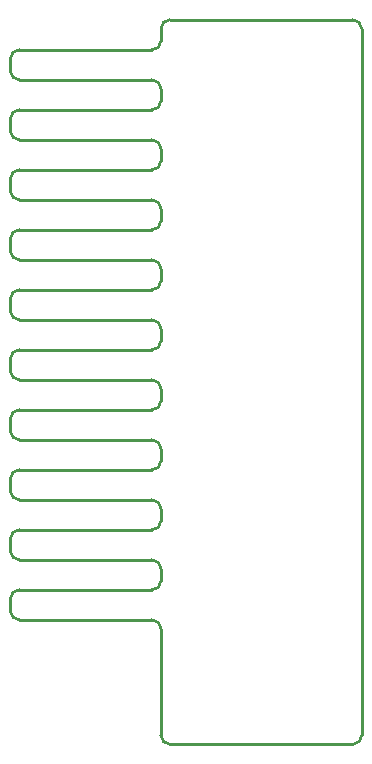
<source format=gbr>
%TF.GenerationSoftware,KiCad,Pcbnew,7.0.10*%
%TF.CreationDate,2024-07-21T08:04:53-04:00*%
%TF.ProjectId,12.1.1 - PLC Connector,31322e31-2e31-4202-9d20-504c4320436f,rev?*%
%TF.SameCoordinates,Original*%
%TF.FileFunction,Profile,NP*%
%FSLAX46Y46*%
G04 Gerber Fmt 4.6, Leading zero omitted, Abs format (unit mm)*
G04 Created by KiCad (PCBNEW 7.0.10) date 2024-07-21 08:04:53*
%MOMM*%
%LPD*%
G01*
G04 APERTURE LIST*
%TA.AperFunction,Profile*%
%ADD10C,0.250000*%
%TD*%
G04 APERTURE END LIST*
D10*
X144136134Y-115062166D02*
G75*
G03*
X143386145Y-114312166I-750034J-34D01*
G01*
X132136145Y-81292245D02*
G75*
G03*
X131386145Y-82042166I-45J-749955D01*
G01*
X144136145Y-126262166D02*
X144136145Y-125222166D01*
X144136145Y-100862166D02*
X144136145Y-99822166D01*
X132136145Y-86372166D02*
X143386145Y-86372166D01*
X160386145Y-140092245D02*
G75*
G03*
X161136145Y-139342166I-45J750045D01*
G01*
X144136145Y-116102166D02*
X144136145Y-115062166D01*
X131386134Y-93242166D02*
G75*
G03*
X132136145Y-93992166I749966J-34D01*
G01*
X144136145Y-139342166D02*
X144136145Y-130302166D01*
X132136145Y-96532245D02*
G75*
G03*
X131386145Y-97282166I-45J-749955D01*
G01*
X131386134Y-108482166D02*
G75*
G03*
X132136145Y-109232166I749966J-34D01*
G01*
X131386145Y-88162166D02*
X131386145Y-87122166D01*
X144136134Y-94742166D02*
G75*
G03*
X143386145Y-93992166I-750034J-34D01*
G01*
X132136145Y-111772166D02*
X143386145Y-111772166D01*
X131386145Y-98322166D02*
X131386145Y-97282166D01*
X143386145Y-88912166D02*
X132136145Y-88912166D01*
X143386145Y-121932245D02*
G75*
G03*
X144136145Y-121182166I-45J750045D01*
G01*
X132136145Y-91452166D02*
X143386145Y-91452166D01*
X144886145Y-78752166D02*
X160386145Y-78752166D01*
X132136145Y-106692245D02*
G75*
G03*
X131386145Y-107442166I-45J-749955D01*
G01*
X144136145Y-111022166D02*
X144136145Y-109982166D01*
X144136134Y-139342166D02*
G75*
G03*
X144886145Y-140092166I749966J-34D01*
G01*
X131386134Y-83082166D02*
G75*
G03*
X132136145Y-83832166I749966J-34D01*
G01*
X143386145Y-116852245D02*
G75*
G03*
X144136145Y-116102166I-45J750045D01*
G01*
X132136145Y-121932166D02*
X143386145Y-121932166D01*
X160386145Y-140092166D02*
X144886145Y-140092166D01*
X132136145Y-106692166D02*
X143386145Y-106692166D01*
X143386145Y-101612245D02*
G75*
G03*
X144136145Y-100862166I-45J750045D01*
G01*
X144136134Y-89662166D02*
G75*
G03*
X143386145Y-88912166I-750034J-34D01*
G01*
X143386145Y-109232166D02*
X132136145Y-109232166D01*
X144136145Y-85622166D02*
X144136145Y-84582166D01*
X143386145Y-106692245D02*
G75*
G03*
X144136145Y-105942166I-45J750045D01*
G01*
X131386145Y-128802166D02*
X131386145Y-127762166D01*
X144136145Y-80542166D02*
X144136145Y-79502166D01*
X131386145Y-123722166D02*
X131386145Y-122682166D01*
X161136145Y-79502166D02*
X161136145Y-139342166D01*
X144136134Y-84582166D02*
G75*
G03*
X143386145Y-83832166I-750034J-34D01*
G01*
X131386145Y-103402166D02*
X131386145Y-102362166D01*
X131386145Y-108482166D02*
X131386145Y-107442166D01*
X131386134Y-123722166D02*
G75*
G03*
X132136145Y-124472166I749966J-34D01*
G01*
X132136145Y-127012166D02*
X143386145Y-127012166D01*
X143386145Y-124472166D02*
X132136145Y-124472166D01*
X131386134Y-88162166D02*
G75*
G03*
X132136145Y-88912166I749966J-34D01*
G01*
X144136145Y-90702166D02*
X144136145Y-89662166D01*
X143386145Y-91452245D02*
G75*
G03*
X144136145Y-90702166I-45J750045D01*
G01*
X131386134Y-103402166D02*
G75*
G03*
X132136145Y-104152166I749966J-34D01*
G01*
X131386145Y-118642166D02*
X131386145Y-117602166D01*
X144136134Y-125222166D02*
G75*
G03*
X143386145Y-124472166I-750034J-34D01*
G01*
X144136134Y-99822166D02*
G75*
G03*
X143386145Y-99072166I-750034J-34D01*
G01*
X144886145Y-78752245D02*
G75*
G03*
X144136145Y-79502166I-45J-749955D01*
G01*
X132136145Y-91452245D02*
G75*
G03*
X131386145Y-92202166I-45J-749955D01*
G01*
X161136134Y-79502166D02*
G75*
G03*
X160386145Y-78752166I-750034J-34D01*
G01*
X144136134Y-120142166D02*
G75*
G03*
X143386145Y-119392166I-750034J-34D01*
G01*
X131386134Y-128802166D02*
G75*
G03*
X132136145Y-129552166I749966J-34D01*
G01*
X131386134Y-118642166D02*
G75*
G03*
X132136145Y-119392166I749966J-34D01*
G01*
X132136145Y-101612245D02*
G75*
G03*
X131386145Y-102362166I-45J-749955D01*
G01*
X132136145Y-96532166D02*
X143386145Y-96532166D01*
X131386145Y-113562166D02*
X131386145Y-112522166D01*
X132136145Y-127012245D02*
G75*
G03*
X131386145Y-127762166I-45J-749955D01*
G01*
X143386145Y-81292245D02*
G75*
G03*
X144136145Y-80542166I-45J750045D01*
G01*
X132136145Y-81292166D02*
X143386145Y-81292166D01*
X131386145Y-93242166D02*
X131386145Y-92202166D01*
X132136145Y-111772245D02*
G75*
G03*
X131386145Y-112522166I-45J-749955D01*
G01*
X143386145Y-93992166D02*
X132136145Y-93992166D01*
X132136145Y-86372245D02*
G75*
G03*
X131386145Y-87122166I-45J-749955D01*
G01*
X143386145Y-127012245D02*
G75*
G03*
X144136145Y-126262166I-45J750045D01*
G01*
X143386145Y-119392166D02*
X132136145Y-119392166D01*
X143386145Y-96532245D02*
G75*
G03*
X144136145Y-95782166I-45J750045D01*
G01*
X132136145Y-101612166D02*
X143386145Y-101612166D01*
X143386145Y-86372245D02*
G75*
G03*
X144136145Y-85622166I-45J750045D01*
G01*
X132136145Y-116852245D02*
G75*
G03*
X131386145Y-117602166I-45J-749955D01*
G01*
X131386145Y-83082166D02*
X131386145Y-82042166D01*
X132136145Y-116852166D02*
X143386145Y-116852166D01*
X144136145Y-105942166D02*
X144136145Y-104902166D01*
X144136134Y-104902166D02*
G75*
G03*
X143386145Y-104152166I-750034J-34D01*
G01*
X132136145Y-121932245D02*
G75*
G03*
X131386145Y-122682166I-45J-749955D01*
G01*
X143386145Y-104152166D02*
X132136145Y-104152166D01*
X144136145Y-121182166D02*
X144136145Y-120142166D01*
X144136145Y-95782166D02*
X144136145Y-94742166D01*
X143386145Y-111772245D02*
G75*
G03*
X144136145Y-111022166I-45J750045D01*
G01*
X131386134Y-98322166D02*
G75*
G03*
X132136145Y-99072166I749966J-34D01*
G01*
X131386134Y-113562166D02*
G75*
G03*
X132136145Y-114312166I749966J-34D01*
G01*
X144136134Y-130302166D02*
G75*
G03*
X143386145Y-129552166I-750034J-34D01*
G01*
X143386145Y-83832166D02*
X132136145Y-83832166D01*
X144136134Y-109982166D02*
G75*
G03*
X143386145Y-109232166I-750034J-34D01*
G01*
X143386145Y-114312166D02*
X132136145Y-114312166D01*
X143386145Y-129552166D02*
X132136145Y-129552166D01*
X143386145Y-99072166D02*
X132136145Y-99072166D01*
M02*

</source>
